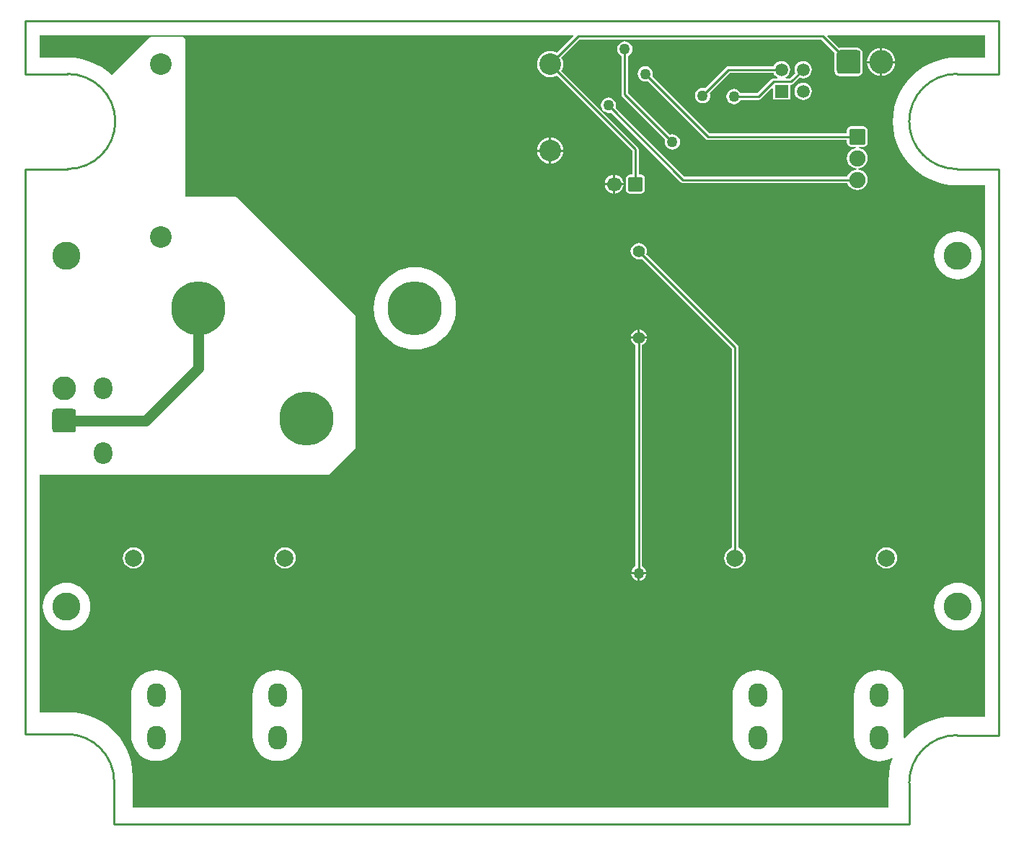
<source format=gbl>
%FSLAX24Y24*%
%MOIN*%
G70*
G01*
G75*
G04 Layer_Physical_Order=2*
G04 Layer_Color=16711680*
%ADD10R,0.0236X0.0335*%
%ADD11R,0.1100X0.0290*%
%ADD12R,0.0591X0.0512*%
%ADD13R,0.0630X0.0512*%
%ADD14R,0.0512X0.0591*%
%ADD15O,0.0630X0.0236*%
%ADD16R,0.0550X0.1181*%
%ADD17C,0.0100*%
%ADD18C,0.0500*%
%ADD19C,0.0787*%
%ADD20O,0.0866X0.1102*%
%ADD21C,0.0669*%
G04:AMPARAMS|DCode=22|XSize=66.9mil|YSize=66.9mil|CornerRadius=8.4mil|HoleSize=0mil|Usage=FLASHONLY|Rotation=180.000|XOffset=0mil|YOffset=0mil|HoleType=Round|Shape=RoundedRectangle|*
%AMROUNDEDRECTD22*
21,1,0.0669,0.0502,0,0,180.0*
21,1,0.0502,0.0669,0,0,180.0*
1,1,0.0167,-0.0251,0.0251*
1,1,0.0167,0.0251,0.0251*
1,1,0.0167,0.0251,-0.0251*
1,1,0.0167,-0.0251,-0.0251*
%
%ADD22ROUNDEDRECTD22*%
%ADD23C,0.1000*%
%ADD24C,0.2500*%
G04:AMPARAMS|DCode=25|XSize=75mil|YSize=75mil|CornerRadius=9.4mil|HoleSize=0mil|Usage=FLASHONLY|Rotation=0.000|XOffset=0mil|YOffset=0mil|HoleType=Round|Shape=RoundedRectangle|*
%AMROUNDEDRECTD25*
21,1,0.0750,0.0563,0,0,0.0*
21,1,0.0563,0.0750,0,0,0.0*
1,1,0.0188,0.0281,-0.0281*
1,1,0.0188,-0.0281,-0.0281*
1,1,0.0188,-0.0281,0.0281*
1,1,0.0188,0.0281,0.0281*
%
%ADD25ROUNDEDRECTD25*%
%ADD26C,0.0750*%
G04:AMPARAMS|DCode=27|XSize=110mil|YSize=110mil|CornerRadius=13.8mil|HoleSize=0mil|Usage=FLASHONLY|Rotation=90.000|XOffset=0mil|YOffset=0mil|HoleType=Round|Shape=RoundedRectangle|*
%AMROUNDEDRECTD27*
21,1,0.1100,0.0825,0,0,90.0*
21,1,0.0825,0.1100,0,0,90.0*
1,1,0.0275,0.0413,0.0413*
1,1,0.0275,0.0413,-0.0413*
1,1,0.0275,-0.0413,-0.0413*
1,1,0.0275,-0.0413,0.0413*
%
%ADD27ROUNDEDRECTD27*%
%ADD28C,0.1100*%
%ADD29O,0.0850X0.1000*%
G04:AMPARAMS|DCode=30|XSize=110mil|YSize=110mil|CornerRadius=13.8mil|HoleSize=0mil|Usage=FLASHONLY|Rotation=180.000|XOffset=0mil|YOffset=0mil|HoleType=Round|Shape=RoundedRectangle|*
%AMROUNDEDRECTD30*
21,1,0.1100,0.0825,0,0,180.0*
21,1,0.0825,0.1100,0,0,180.0*
1,1,0.0275,-0.0413,0.0413*
1,1,0.0275,0.0413,0.0413*
1,1,0.0275,0.0413,-0.0413*
1,1,0.0275,-0.0413,-0.0413*
%
%ADD30ROUNDEDRECTD30*%
%ADD31C,0.1300*%
%ADD32C,0.0551*%
%ADD33C,0.0591*%
%ADD34R,0.0591X0.0591*%
%ADD35C,0.0500*%
G36*
X44297Y35588D02*
X44262Y35553D01*
X43000Y35553D01*
X43000Y35555D01*
X43000Y35555D01*
D01*
X42669Y35537D01*
X42342Y35481D01*
X42024Y35389D01*
X41718Y35262D01*
X41428Y35102D01*
X41158Y34910D01*
X40910Y34690D01*
X40690Y34442D01*
X40498Y34172D01*
X40338Y33882D01*
X40211Y33576D01*
X40119Y33258D01*
X40063Y32931D01*
X40045Y32600D01*
X40063Y32269D01*
X40119Y31942D01*
X40211Y31624D01*
X40338Y31318D01*
X40498Y31028D01*
X40690Y30758D01*
X40910Y30510D01*
X41158Y30290D01*
X41428Y30098D01*
X41718Y29938D01*
X42024Y29811D01*
X42342Y29719D01*
X42669Y29663D01*
X43000Y29645D01*
Y29647D01*
X43002Y29647D01*
X44297D01*
Y5053D01*
X42800D01*
Y5055D01*
X42470Y5037D01*
X42143Y4981D01*
X41824Y4889D01*
X41518Y4762D01*
X41228Y4602D01*
X40958Y4410D01*
X40711Y4190D01*
X40594Y4059D01*
X40548Y4078D01*
X40554Y4150D01*
X40553D01*
Y6050D01*
X40554D01*
X40539Y6230D01*
X40497Y6406D01*
X40428Y6574D01*
X40333Y6728D01*
X40216Y6866D01*
X40078Y6983D01*
X39924Y7078D01*
X39756Y7147D01*
X39580Y7189D01*
X39400Y7204D01*
X39220Y7189D01*
X39044Y7147D01*
X38876Y7078D01*
X38722Y6983D01*
X38584Y6866D01*
X38467Y6728D01*
X38372Y6574D01*
X38303Y6406D01*
X38261Y6230D01*
X38246Y6050D01*
X38247D01*
Y4150D01*
X38246D01*
X38261Y3970D01*
X38303Y3794D01*
X38372Y3626D01*
X38467Y3472D01*
X38584Y3334D01*
X38722Y3217D01*
X38876Y3122D01*
X39044Y3053D01*
X39220Y3011D01*
X39400Y2996D01*
X39580Y3011D01*
X39756Y3053D01*
X39924Y3122D01*
X39998Y3167D01*
X40036Y3135D01*
X40011Y3076D01*
X39919Y2758D01*
X39864Y2431D01*
X39845Y2100D01*
X39847D01*
Y853D01*
X4903D01*
Y2300D01*
X4905D01*
X4886Y2631D01*
X4831Y2958D01*
X4739Y3276D01*
X4612Y3582D01*
X4452Y3872D01*
X4260Y4142D01*
X4039Y4390D01*
X3792Y4610D01*
X3522Y4802D01*
X3232Y4962D01*
X2926Y5089D01*
X2607Y5181D01*
X2280Y5237D01*
X1950Y5255D01*
Y5253D01*
X603D01*
Y16247D01*
X13900D01*
X13959Y16259D01*
X14008Y16292D01*
X14008Y16292D01*
X14008Y16292D01*
X15158Y17442D01*
X15191Y17491D01*
X15203Y17550D01*
Y23550D01*
X15191Y23609D01*
X15158Y23658D01*
X9758Y29058D01*
X9709Y29091D01*
X9650Y29103D01*
X7353D01*
Y36350D01*
X7341Y36409D01*
X7308Y36458D01*
X7259Y36491D01*
X7200Y36503D01*
X5750D01*
X5701Y36493D01*
X5691Y36491D01*
X5642Y36458D01*
X3931Y34747D01*
X3745Y34913D01*
X3474Y35105D01*
X3326Y35187D01*
X3326Y35188D01*
X3312Y35197D01*
X3294Y35201D01*
X3182Y35262D01*
X2876Y35389D01*
X2558Y35481D01*
X2231Y35537D01*
X1900Y35555D01*
Y35553D01*
X603D01*
Y36597D01*
X25265D01*
X25285Y36551D01*
X24502Y35769D01*
X24431Y35807D01*
X24318Y35841D01*
X24200Y35853D01*
X24082Y35841D01*
X23969Y35807D01*
X23865Y35751D01*
X23774Y35676D01*
X23699Y35585D01*
X23643Y35481D01*
X23609Y35368D01*
X23597Y35250D01*
X23609Y35132D01*
X23643Y35019D01*
X23699Y34915D01*
X23774Y34824D01*
X23865Y34749D01*
X23969Y34693D01*
X24082Y34659D01*
X24200Y34647D01*
X24318Y34659D01*
X24431Y34693D01*
X24502Y34731D01*
X27989Y31245D01*
Y30138D01*
X27891D01*
X27819Y30124D01*
X27759Y30083D01*
X27718Y30023D01*
X27704Y29951D01*
Y29449D01*
X27718Y29377D01*
X27759Y29317D01*
X27819Y29276D01*
X27891Y29262D01*
X28393D01*
X28465Y29276D01*
X28526Y29317D01*
X28566Y29377D01*
X28580Y29449D01*
Y29951D01*
X28566Y30023D01*
X28526Y30083D01*
X28465Y30124D01*
X28393Y30138D01*
X28295D01*
Y31308D01*
X28283Y31366D01*
X28250Y31416D01*
X24719Y34948D01*
X24757Y35019D01*
X24791Y35132D01*
X24803Y35250D01*
X24791Y35368D01*
X24757Y35481D01*
X24719Y35552D01*
X25563Y36397D01*
X36737D01*
X37350Y35784D01*
X37345Y35763D01*
Y34938D01*
X37364Y34845D01*
X37416Y34766D01*
X37495Y34714D01*
X37587Y34695D01*
X38412D01*
X38505Y34714D01*
X38584Y34766D01*
X38636Y34845D01*
X38655Y34938D01*
Y35763D01*
X38636Y35855D01*
X38584Y35934D01*
X38505Y35986D01*
X38412Y36005D01*
X37587D01*
X37566Y36000D01*
X37015Y36551D01*
X37035Y36597D01*
X44297D01*
Y35588D01*
D02*
G37*
%LPC*%
G36*
X28300Y26979D02*
X28202Y26966D01*
X28111Y26928D01*
X28032Y26868D01*
X27972Y26789D01*
X27934Y26698D01*
X27921Y26600D01*
X27934Y26502D01*
X27972Y26411D01*
X28032Y26332D01*
X28111Y26272D01*
X28202Y26234D01*
X28300Y26221D01*
X28398Y26234D01*
X28435Y26249D01*
X32597Y22087D01*
Y12871D01*
X32501Y12831D01*
X32398Y12752D01*
X32319Y12649D01*
X32269Y12529D01*
X32252Y12400D01*
X32269Y12271D01*
X32319Y12151D01*
X32398Y12048D01*
X32501Y11969D01*
X32621Y11919D01*
X32750Y11902D01*
X32879Y11919D01*
X32999Y11969D01*
X33102Y12048D01*
X33181Y12151D01*
X33231Y12271D01*
X33248Y12400D01*
X33231Y12529D01*
X33181Y12649D01*
X33102Y12752D01*
X32999Y12831D01*
X32903Y12871D01*
Y22150D01*
X32891Y22209D01*
X32858Y22258D01*
X28651Y26465D01*
X28666Y26502D01*
X28679Y26600D01*
X28666Y26698D01*
X28628Y26789D01*
X28568Y26868D01*
X28489Y26928D01*
X28398Y26966D01*
X28300Y26979D01*
D02*
G37*
G36*
X39750Y12898D02*
X39621Y12881D01*
X39501Y12831D01*
X39398Y12752D01*
X39319Y12649D01*
X39269Y12529D01*
X39252Y12400D01*
X39269Y12271D01*
X39319Y12151D01*
X39398Y12048D01*
X39501Y11969D01*
X39621Y11919D01*
X39750Y11902D01*
X39879Y11919D01*
X39999Y11969D01*
X40102Y12048D01*
X40181Y12151D01*
X40231Y12271D01*
X40248Y12400D01*
X40231Y12529D01*
X40181Y12649D01*
X40102Y12752D01*
X39999Y12831D01*
X39879Y12881D01*
X39750Y12898D01*
D02*
G37*
G36*
X4950D02*
X4821Y12881D01*
X4701Y12831D01*
X4598Y12752D01*
X4519Y12649D01*
X4469Y12529D01*
X4452Y12400D01*
X4469Y12271D01*
X4519Y12151D01*
X4598Y12048D01*
X4701Y11969D01*
X4821Y11919D01*
X4950Y11902D01*
X5079Y11919D01*
X5199Y11969D01*
X5302Y12048D01*
X5381Y12151D01*
X5431Y12271D01*
X5448Y12400D01*
X5431Y12529D01*
X5381Y12649D01*
X5302Y12752D01*
X5199Y12831D01*
X5079Y12881D01*
X4950Y12898D01*
D02*
G37*
G36*
X11950D02*
X11821Y12881D01*
X11701Y12831D01*
X11598Y12752D01*
X11519Y12649D01*
X11469Y12529D01*
X11452Y12400D01*
X11469Y12271D01*
X11519Y12151D01*
X11598Y12048D01*
X11701Y11969D01*
X11821Y11919D01*
X11950Y11902D01*
X12079Y11919D01*
X12199Y11969D01*
X12302Y12048D01*
X12381Y12151D01*
X12431Y12271D01*
X12448Y12400D01*
X12431Y12529D01*
X12381Y12649D01*
X12302Y12752D01*
X12199Y12831D01*
X12079Y12881D01*
X11950Y12898D01*
D02*
G37*
G36*
X28250Y22972D02*
X28202Y22966D01*
X28111Y22928D01*
X28032Y22868D01*
X27972Y22789D01*
X27934Y22698D01*
X27928Y22650D01*
X28250D01*
Y22972D01*
D02*
G37*
G36*
X28350D02*
Y22650D01*
X28672D01*
X28666Y22698D01*
X28628Y22789D01*
X28568Y22868D01*
X28489Y22928D01*
X28398Y22966D01*
X28350Y22972D01*
D02*
G37*
G36*
X43050Y27503D02*
X42877Y27490D01*
X42709Y27449D01*
X42549Y27383D01*
X42401Y27293D01*
X42270Y27180D01*
X42157Y27049D01*
X42067Y26901D01*
X42001Y26741D01*
X41960Y26573D01*
X41947Y26400D01*
X41960Y26227D01*
X42001Y26059D01*
X42067Y25899D01*
X42157Y25751D01*
X42270Y25620D01*
X42401Y25507D01*
X42549Y25417D01*
X42709Y25351D01*
X42877Y25310D01*
X43050Y25297D01*
X43223Y25310D01*
X43391Y25351D01*
X43551Y25417D01*
X43699Y25507D01*
X43830Y25620D01*
X43943Y25751D01*
X44033Y25899D01*
X44099Y26059D01*
X44140Y26227D01*
X44153Y26400D01*
X44140Y26573D01*
X44099Y26741D01*
X44033Y26901D01*
X43943Y27049D01*
X43830Y27180D01*
X43699Y27293D01*
X43551Y27383D01*
X43391Y27449D01*
X43223Y27490D01*
X43050Y27503D01*
D02*
G37*
G36*
X17950Y25854D02*
X17701Y25838D01*
X17457Y25789D01*
X17221Y25709D01*
X16998Y25599D01*
X16791Y25461D01*
X16604Y25296D01*
X16439Y25109D01*
X16301Y24902D01*
X16191Y24679D01*
X16111Y24443D01*
X16062Y24199D01*
X16046Y23950D01*
X16062Y23701D01*
X16111Y23457D01*
X16191Y23221D01*
X16301Y22998D01*
X16439Y22791D01*
X16604Y22604D01*
X16791Y22439D01*
X16998Y22301D01*
X17221Y22191D01*
X17457Y22111D01*
X17701Y22062D01*
X17950Y22046D01*
X18199Y22062D01*
X18443Y22111D01*
X18679Y22191D01*
X18902Y22301D01*
X19109Y22439D01*
X19296Y22604D01*
X19461Y22791D01*
X19599Y22998D01*
X19709Y23221D01*
X19789Y23457D01*
X19838Y23701D01*
X19854Y23950D01*
X19838Y24199D01*
X19789Y24443D01*
X19709Y24679D01*
X19599Y24902D01*
X19461Y25109D01*
X19296Y25296D01*
X19109Y25461D01*
X18902Y25599D01*
X18679Y25709D01*
X18443Y25789D01*
X18199Y25838D01*
X17950Y25854D01*
D02*
G37*
G36*
X33789Y7215D02*
X33609Y7201D01*
X33433Y7159D01*
X33266Y7089D01*
X33111Y6995D01*
X32974Y6877D01*
X32856Y6739D01*
X32762Y6585D01*
X32692Y6418D01*
X32650Y6242D01*
X32636Y6061D01*
X32636D01*
Y4161D01*
X32636D01*
X32650Y3981D01*
X32692Y3805D01*
X32762Y3638D01*
X32856Y3483D01*
X32974Y3346D01*
X33111Y3228D01*
X33266Y3134D01*
X33433Y3064D01*
X33609Y3022D01*
X33789Y3008D01*
X33970Y3022D01*
X34146Y3064D01*
X34313Y3134D01*
X34467Y3228D01*
X34605Y3346D01*
X34723Y3483D01*
X34817Y3638D01*
X34886Y3805D01*
X34929Y3981D01*
X34943Y4161D01*
X34942D01*
Y6061D01*
X34943D01*
X34929Y6242D01*
X34886Y6418D01*
X34817Y6585D01*
X34723Y6739D01*
X34605Y6877D01*
X34467Y6995D01*
X34313Y7089D01*
X34146Y7159D01*
X33970Y7201D01*
X33789Y7215D01*
D02*
G37*
G36*
X1850Y11253D02*
X1677Y11240D01*
X1509Y11199D01*
X1349Y11133D01*
X1201Y11043D01*
X1070Y10930D01*
X957Y10799D01*
X867Y10651D01*
X801Y10491D01*
X760Y10323D01*
X747Y10150D01*
X760Y9977D01*
X801Y9809D01*
X867Y9649D01*
X957Y9501D01*
X1070Y9370D01*
X1201Y9257D01*
X1349Y9167D01*
X1509Y9101D01*
X1677Y9060D01*
X1850Y9047D01*
X2023Y9060D01*
X2191Y9101D01*
X2351Y9167D01*
X2499Y9257D01*
X2630Y9370D01*
X2743Y9501D01*
X2833Y9649D01*
X2899Y9809D01*
X2940Y9977D01*
X2953Y10150D01*
X2940Y10323D01*
X2899Y10491D01*
X2833Y10651D01*
X2743Y10799D01*
X2630Y10930D01*
X2499Y11043D01*
X2351Y11133D01*
X2191Y11199D01*
X2023Y11240D01*
X1850Y11253D01*
D02*
G37*
G36*
X5989Y7215D02*
X5809Y7201D01*
X5633Y7159D01*
X5466Y7089D01*
X5311Y6995D01*
X5174Y6877D01*
X5056Y6739D01*
X4962Y6585D01*
X4892Y6418D01*
X4850Y6242D01*
X4836Y6061D01*
X4836D01*
Y4161D01*
X4836D01*
X4850Y3981D01*
X4892Y3805D01*
X4962Y3638D01*
X5056Y3483D01*
X5174Y3346D01*
X5311Y3228D01*
X5466Y3134D01*
X5633Y3064D01*
X5809Y3022D01*
X5989Y3008D01*
X6170Y3022D01*
X6346Y3064D01*
X6513Y3134D01*
X6667Y3228D01*
X6805Y3346D01*
X6923Y3483D01*
X7017Y3638D01*
X7086Y3805D01*
X7129Y3981D01*
X7143Y4161D01*
X7142D01*
Y6061D01*
X7143D01*
X7129Y6242D01*
X7086Y6418D01*
X7017Y6585D01*
X6923Y6739D01*
X6805Y6877D01*
X6667Y6995D01*
X6513Y7089D01*
X6346Y7159D01*
X6170Y7201D01*
X5989Y7215D01*
D02*
G37*
G36*
X11600D02*
X11419Y7201D01*
X11243Y7159D01*
X11076Y7089D01*
X10922Y6995D01*
X10784Y6877D01*
X10666Y6739D01*
X10572Y6585D01*
X10503Y6418D01*
X10460Y6242D01*
X10446Y6061D01*
X10447D01*
Y4161D01*
X10446D01*
X10460Y3981D01*
X10503Y3805D01*
X10572Y3638D01*
X10666Y3483D01*
X10784Y3346D01*
X10922Y3228D01*
X11076Y3134D01*
X11243Y3064D01*
X11419Y3022D01*
X11600Y3008D01*
X11780Y3022D01*
X11956Y3064D01*
X12123Y3134D01*
X12278Y3228D01*
X12415Y3346D01*
X12533Y3483D01*
X12627Y3638D01*
X12697Y3805D01*
X12739Y3981D01*
X12753Y4161D01*
X12753D01*
Y6061D01*
X12753D01*
X12739Y6242D01*
X12697Y6418D01*
X12627Y6585D01*
X12533Y6739D01*
X12415Y6877D01*
X12278Y6995D01*
X12123Y7089D01*
X11956Y7159D01*
X11780Y7201D01*
X11600Y7215D01*
D02*
G37*
G36*
X28646Y11650D02*
X28350D01*
Y11354D01*
X28391Y11359D01*
X28477Y11394D01*
X28550Y11450D01*
X28606Y11523D01*
X28641Y11609D01*
X28646Y11650D01*
D02*
G37*
G36*
X28672Y22550D02*
X27928D01*
X27934Y22502D01*
X27972Y22411D01*
X28032Y22332D01*
X28111Y22272D01*
X28147Y22257D01*
Y12015D01*
X28123Y12006D01*
X28050Y11950D01*
X27994Y11877D01*
X27959Y11791D01*
X27954Y11750D01*
X28646D01*
X28641Y11791D01*
X28606Y11877D01*
X28550Y11950D01*
X28477Y12006D01*
X28453Y12015D01*
Y22257D01*
X28489Y22272D01*
X28568Y22332D01*
X28628Y22411D01*
X28666Y22502D01*
X28672Y22550D01*
D02*
G37*
G36*
X43050Y11253D02*
X42877Y11240D01*
X42709Y11199D01*
X42549Y11133D01*
X42401Y11043D01*
X42270Y10930D01*
X42157Y10799D01*
X42067Y10651D01*
X42001Y10491D01*
X41960Y10323D01*
X41947Y10150D01*
X41960Y9977D01*
X42001Y9809D01*
X42067Y9649D01*
X42157Y9501D01*
X42270Y9370D01*
X42401Y9257D01*
X42549Y9167D01*
X42709Y9101D01*
X42877Y9060D01*
X43050Y9047D01*
X43223Y9060D01*
X43391Y9101D01*
X43551Y9167D01*
X43699Y9257D01*
X43830Y9370D01*
X43943Y9501D01*
X44033Y9649D01*
X44099Y9809D01*
X44140Y9977D01*
X44153Y10150D01*
X44140Y10323D01*
X44099Y10491D01*
X44033Y10651D01*
X43943Y10799D01*
X43830Y10930D01*
X43699Y11043D01*
X43551Y11133D01*
X43391Y11199D01*
X43223Y11240D01*
X43050Y11253D01*
D02*
G37*
G36*
X28250Y11650D02*
X27954D01*
X27959Y11609D01*
X27994Y11523D01*
X28050Y11450D01*
X28123Y11394D01*
X28209Y11359D01*
X28250Y11354D01*
Y11650D01*
D02*
G37*
G36*
X35900Y34399D02*
X35797Y34385D01*
X35701Y34345D01*
X35618Y34282D01*
X35555Y34199D01*
X35515Y34103D01*
X35501Y34000D01*
X35515Y33897D01*
X35555Y33801D01*
X35618Y33718D01*
X35701Y33655D01*
X35797Y33615D01*
X35900Y33601D01*
X36003Y33615D01*
X36099Y33655D01*
X36182Y33718D01*
X36245Y33801D01*
X36285Y33897D01*
X36299Y34000D01*
X36285Y34103D01*
X36245Y34199D01*
X36182Y34282D01*
X36099Y34345D01*
X36003Y34385D01*
X35900Y34399D01*
D02*
G37*
G36*
Y35399D02*
X35797Y35385D01*
X35701Y35345D01*
X35618Y35282D01*
X35555Y35199D01*
X35515Y35103D01*
X35501Y35000D01*
X35515Y34897D01*
X35534Y34850D01*
X35282Y34598D01*
X35091D01*
X35081Y34647D01*
X35099Y34655D01*
X35182Y34718D01*
X35245Y34801D01*
X35285Y34897D01*
X35299Y35000D01*
X35285Y35103D01*
X35245Y35199D01*
X35182Y35282D01*
X35099Y35345D01*
X35003Y35385D01*
X34900Y35399D01*
X34797Y35385D01*
X34701Y35345D01*
X34618Y35282D01*
X34555Y35199D01*
X34536Y35153D01*
X32450D01*
X32391Y35141D01*
X32342Y35108D01*
X31365Y34131D01*
X31341Y34141D01*
X31250Y34153D01*
X31159Y34141D01*
X31073Y34106D01*
X31000Y34050D01*
X30944Y33977D01*
X30909Y33891D01*
X30897Y33800D01*
X30909Y33709D01*
X30944Y33623D01*
X31000Y33550D01*
X31073Y33494D01*
X31159Y33459D01*
X31250Y33447D01*
X31341Y33459D01*
X31427Y33494D01*
X31500Y33550D01*
X31556Y33623D01*
X31591Y33709D01*
X31603Y33800D01*
X31591Y33891D01*
X31581Y33915D01*
X32513Y34847D01*
X34536D01*
X34555Y34801D01*
X34618Y34718D01*
X34701Y34655D01*
X34719Y34647D01*
X34709Y34598D01*
X34543D01*
X34484Y34587D01*
X34434Y34553D01*
X33784Y33903D01*
X33015D01*
X33006Y33927D01*
X32950Y34000D01*
X32877Y34056D01*
X32791Y34091D01*
X32700Y34103D01*
X32609Y34091D01*
X32523Y34056D01*
X32450Y34000D01*
X32394Y33927D01*
X32359Y33841D01*
X32347Y33750D01*
X32359Y33659D01*
X32394Y33573D01*
X32450Y33500D01*
X32523Y33444D01*
X32609Y33409D01*
X32700Y33397D01*
X32791Y33409D01*
X32877Y33444D01*
X32950Y33500D01*
X33006Y33573D01*
X33015Y33597D01*
X33847D01*
X33906Y33609D01*
X33955Y33642D01*
X34459Y34145D01*
X34505Y34126D01*
Y33605D01*
X35295D01*
Y34292D01*
X35345D01*
X35404Y34304D01*
X35453Y34337D01*
X35453Y34337D01*
X35453Y34337D01*
X35750Y34634D01*
X35797Y34615D01*
X35900Y34601D01*
X36003Y34615D01*
X36099Y34655D01*
X36182Y34718D01*
X36245Y34801D01*
X36285Y34897D01*
X36299Y35000D01*
X36285Y35103D01*
X36245Y35199D01*
X36182Y35282D01*
X36099Y35345D01*
X36003Y35385D01*
X35900Y35399D01*
D02*
G37*
G36*
X24150Y31848D02*
X24082Y31841D01*
X23969Y31807D01*
X23865Y31751D01*
X23774Y31676D01*
X23699Y31585D01*
X23643Y31481D01*
X23609Y31368D01*
X23602Y31300D01*
X24150D01*
Y31848D01*
D02*
G37*
G36*
X24250D02*
Y31300D01*
X24798D01*
X24791Y31368D01*
X24757Y31481D01*
X24701Y31585D01*
X24626Y31676D01*
X24535Y31751D01*
X24431Y31807D01*
X24318Y31841D01*
X24250Y31848D01*
D02*
G37*
G36*
X39450Y35998D02*
X39373Y35991D01*
X39250Y35953D01*
X39137Y35893D01*
X39038Y35812D01*
X38957Y35713D01*
X38897Y35600D01*
X38859Y35477D01*
X38852Y35400D01*
X39450D01*
Y35998D01*
D02*
G37*
G36*
X39550D02*
Y35400D01*
X40148D01*
X40141Y35477D01*
X40103Y35600D01*
X40043Y35713D01*
X39962Y35812D01*
X39863Y35893D01*
X39750Y35953D01*
X39627Y35991D01*
X39550Y35998D01*
D02*
G37*
G36*
X39450Y35300D02*
X38852D01*
X38859Y35223D01*
X38897Y35100D01*
X38957Y34987D01*
X39038Y34888D01*
X39137Y34807D01*
X39250Y34747D01*
X39373Y34709D01*
X39450Y34702D01*
Y35300D01*
D02*
G37*
G36*
X40148D02*
X39550D01*
Y34702D01*
X39627Y34709D01*
X39750Y34747D01*
X39863Y34807D01*
X39962Y34888D01*
X40043Y34987D01*
X40103Y35100D01*
X40141Y35223D01*
X40148Y35300D01*
D02*
G37*
G36*
X27108Y30132D02*
X27044Y30123D01*
X26939Y30080D01*
X26848Y30010D01*
X26778Y29919D01*
X26734Y29813D01*
X26726Y29750D01*
X27108D01*
Y30132D01*
D02*
G37*
G36*
X27208D02*
Y29750D01*
X27590D01*
X27581Y29813D01*
X27538Y29919D01*
X27468Y30010D01*
X27377Y30080D01*
X27271Y30123D01*
X27208Y30132D01*
D02*
G37*
G36*
X27108Y29650D02*
X26726D01*
X26734Y29587D01*
X26778Y29481D01*
X26848Y29390D01*
X26939Y29320D01*
X27044Y29277D01*
X27108Y29268D01*
Y29650D01*
D02*
G37*
G36*
X27590D02*
X27208D01*
Y29268D01*
X27271Y29277D01*
X27377Y29320D01*
X27468Y29390D01*
X27538Y29481D01*
X27581Y29587D01*
X27590Y29650D01*
D02*
G37*
G36*
X24798Y31200D02*
X24250D01*
Y30652D01*
X24318Y30659D01*
X24431Y30693D01*
X24535Y30749D01*
X24626Y30824D01*
X24701Y30915D01*
X24757Y31019D01*
X24791Y31132D01*
X24798Y31200D01*
D02*
G37*
G36*
X27650Y36303D02*
X27559Y36291D01*
X27473Y36256D01*
X27400Y36200D01*
X27344Y36127D01*
X27309Y36041D01*
X27297Y35950D01*
X27309Y35859D01*
X27344Y35773D01*
X27400Y35700D01*
X27473Y35644D01*
X27497Y35635D01*
Y33850D01*
X27509Y33791D01*
X27542Y33742D01*
X29519Y31765D01*
X29509Y31741D01*
X29497Y31650D01*
X29509Y31559D01*
X29544Y31473D01*
X29600Y31400D01*
X29673Y31344D01*
X29759Y31309D01*
X29850Y31297D01*
X29941Y31309D01*
X30027Y31344D01*
X30100Y31400D01*
X30156Y31473D01*
X30191Y31559D01*
X30203Y31650D01*
X30191Y31741D01*
X30156Y31827D01*
X30100Y31900D01*
X30027Y31956D01*
X29941Y31991D01*
X29850Y32003D01*
X29759Y31991D01*
X29735Y31981D01*
X27803Y33913D01*
Y35635D01*
X27827Y35644D01*
X27900Y35700D01*
X27956Y35773D01*
X27991Y35859D01*
X28003Y35950D01*
X27991Y36041D01*
X27956Y36127D01*
X27900Y36200D01*
X27827Y36256D01*
X27741Y36291D01*
X27650Y36303D01*
D02*
G37*
G36*
X28600Y35153D02*
X28509Y35141D01*
X28423Y35106D01*
X28350Y35050D01*
X28294Y34977D01*
X28259Y34891D01*
X28247Y34800D01*
X28259Y34709D01*
X28294Y34623D01*
X28350Y34550D01*
X28423Y34494D01*
X28509Y34459D01*
X28600Y34447D01*
X28691Y34459D01*
X28715Y34469D01*
X31392Y31792D01*
X31441Y31759D01*
X31500Y31747D01*
X37921D01*
Y31619D01*
X37936Y31543D01*
X37979Y31479D01*
X38043Y31436D01*
X38119Y31421D01*
X38338D01*
X38341Y31371D01*
X38276Y31363D01*
X38160Y31315D01*
X38061Y31239D01*
X37985Y31140D01*
X37937Y31024D01*
X37921Y30900D01*
X37937Y30776D01*
X37985Y30660D01*
X38061Y30561D01*
X38160Y30485D01*
X38276Y30437D01*
X38369Y30425D01*
Y30375D01*
X38276Y30363D01*
X38160Y30315D01*
X38061Y30239D01*
X37985Y30140D01*
X37949Y30053D01*
X30413D01*
X27231Y33235D01*
X27241Y33259D01*
X27253Y33350D01*
X27241Y33441D01*
X27206Y33527D01*
X27150Y33600D01*
X27077Y33656D01*
X26991Y33691D01*
X26900Y33703D01*
X26809Y33691D01*
X26723Y33656D01*
X26650Y33600D01*
X26594Y33527D01*
X26559Y33441D01*
X26547Y33350D01*
X26559Y33259D01*
X26594Y33173D01*
X26650Y33100D01*
X26723Y33044D01*
X26809Y33009D01*
X26900Y32997D01*
X26991Y33009D01*
X27015Y33019D01*
X30242Y29792D01*
X30291Y29759D01*
X30350Y29747D01*
X37949D01*
X37985Y29660D01*
X38061Y29561D01*
X38160Y29485D01*
X38276Y29437D01*
X38400Y29421D01*
X38524Y29437D01*
X38640Y29485D01*
X38739Y29561D01*
X38815Y29660D01*
X38863Y29776D01*
X38879Y29900D01*
X38863Y30024D01*
X38815Y30140D01*
X38739Y30239D01*
X38640Y30315D01*
X38524Y30363D01*
X38431Y30375D01*
Y30425D01*
X38524Y30437D01*
X38640Y30485D01*
X38739Y30561D01*
X38815Y30660D01*
X38863Y30776D01*
X38879Y30900D01*
X38863Y31024D01*
X38815Y31140D01*
X38739Y31239D01*
X38640Y31315D01*
X38524Y31363D01*
X38459Y31371D01*
X38462Y31421D01*
X38681D01*
X38757Y31436D01*
X38821Y31479D01*
X38864Y31543D01*
X38879Y31619D01*
Y32181D01*
X38864Y32257D01*
X38821Y32321D01*
X38757Y32364D01*
X38681Y32379D01*
X38119D01*
X38043Y32364D01*
X37979Y32321D01*
X37936Y32257D01*
X37921Y32181D01*
Y32053D01*
X31563D01*
X28931Y34685D01*
X28941Y34709D01*
X28953Y34800D01*
X28941Y34891D01*
X28906Y34977D01*
X28850Y35050D01*
X28777Y35106D01*
X28691Y35141D01*
X28600Y35153D01*
D02*
G37*
G36*
X24150Y31200D02*
X23602D01*
X23609Y31132D01*
X23643Y31019D01*
X23699Y30915D01*
X23774Y30824D01*
X23865Y30749D01*
X23969Y30693D01*
X24082Y30659D01*
X24150Y30652D01*
Y31200D01*
D02*
G37*
%LPD*%
D17*
X28300Y11700D02*
Y22600D01*
X24200Y35250D02*
X25500Y36550D01*
X36800D01*
X38000Y35350D01*
X28300Y26600D02*
X32750Y22150D01*
Y12400D02*
Y22150D01*
X24200Y35250D02*
X28142Y31308D01*
Y29700D02*
Y31308D01*
Y29700D02*
X28300Y29542D01*
X27650Y33850D02*
Y35950D01*
Y33850D02*
X29850Y31650D01*
X26900Y33350D02*
X30350Y29900D01*
X38400D01*
X28600Y34800D02*
X31500Y31900D01*
X38400D01*
X35345Y34445D02*
X35900Y35000D01*
X34543Y34445D02*
X35345D01*
X33847Y33750D02*
X34543Y34445D01*
X32700Y33750D02*
X33847D01*
X32450Y35000D02*
X34900D01*
X31250Y33800D02*
X32450Y35000D01*
X4050Y2050D02*
G03*
X1850Y4250I-2200J0D01*
G01*
X43000Y4200D02*
G03*
X40800Y2000I0J-2200D01*
G01*
Y32600D02*
G03*
X43000Y30400I2200J0D01*
G01*
Y34800D02*
G03*
X40800Y32600I0J-2200D01*
G01*
X1900Y30400D02*
G03*
X4100Y32600I0J2200D01*
G01*
D02*
G03*
X1900Y34800I-2200J0D01*
G01*
X-50D02*
Y37250D01*
Y34800D02*
X1900D01*
X-50Y37250D02*
X44950D01*
Y34800D02*
Y37250D01*
X43000Y34800D02*
X44950D01*
X-50Y4250D02*
Y30400D01*
X4050Y100D02*
Y2050D01*
X-50Y4250D02*
X1850D01*
X4050Y100D02*
X40800D01*
Y2000D01*
X43000Y4200D02*
X44950D01*
Y30400D01*
X43000D02*
X44950D01*
X-50D02*
X1900D01*
D18*
X1750Y18750D02*
X5500D01*
X7950Y21200D02*
Y23950D01*
X5500Y18750D02*
X7950Y21200D01*
D19*
X4950Y12400D02*
D03*
X11950D02*
D03*
X32750D02*
D03*
X39750D02*
D03*
D20*
X5989Y6061D02*
D03*
Y4093D02*
D03*
X11600D02*
D03*
Y6061D02*
D03*
X33789D02*
D03*
Y4093D02*
D03*
X39400D02*
D03*
Y6061D02*
D03*
D21*
X27158Y29700D02*
D03*
D22*
X28142D02*
D03*
D23*
X24200Y31250D02*
D03*
Y35250D02*
D03*
X6200Y27250D02*
D03*
Y35250D02*
D03*
D24*
X12950Y18850D02*
D03*
X7950Y23950D02*
D03*
X17950D02*
D03*
D25*
X38400Y31900D02*
D03*
D26*
Y30900D02*
D03*
Y29900D02*
D03*
D27*
X38000Y35350D02*
D03*
D28*
X39500D02*
D03*
X1750Y20250D02*
D03*
D29*
X3550Y17250D02*
D03*
Y20250D02*
D03*
D30*
X1750Y18750D02*
D03*
D31*
X43050Y26400D02*
D03*
Y10150D02*
D03*
X1850D02*
D03*
Y26400D02*
D03*
D32*
X28300Y26600D02*
D03*
Y22600D02*
D03*
D33*
X35900Y35000D02*
D03*
Y34000D02*
D03*
X34900Y35000D02*
D03*
D34*
Y34000D02*
D03*
D35*
X28300Y11700D02*
D03*
X27650Y35950D02*
D03*
X29850Y31650D02*
D03*
X31250Y33800D02*
D03*
X32700Y33750D02*
D03*
X28600Y34800D02*
D03*
X26900Y33350D02*
D03*
M02*

</source>
